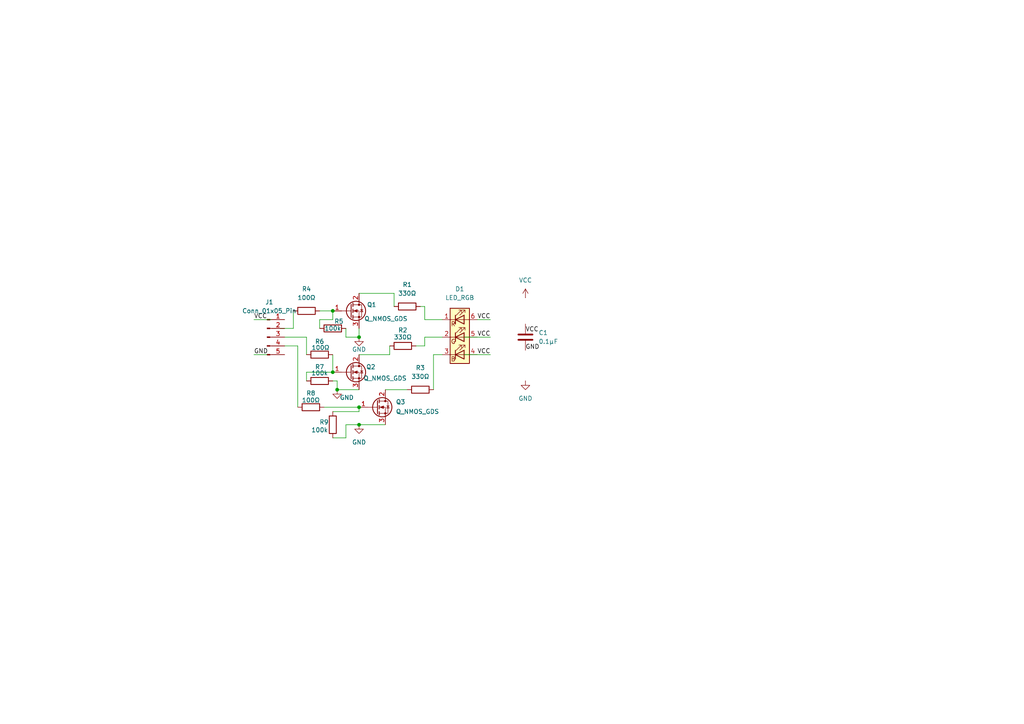
<source format=kicad_sch>
(kicad_sch (version 20250114) (generator "eeschema") (generator_version "9.0")
  (paper "A4")
  (lib_symbols
    (symbol "Connector:Conn_01x05_Pin" (pin_names (offset 1.016) (hide yes))
      (property "Reference" "J" (at 0 7.62 0))
      (property "Value" "Conn_01x05_Pin" (at 0 -7.62 0))
      (symbol "Conn_01x05_Pin_1_1"
        (rectangle (start 0.8636 5.207) (end 0 4.953) (stroke (width 0.1524)) (fill (type outline)))
        (rectangle (start 0.8636 2.667) (end 0 2.413) (stroke (width 0.1524)) (fill (type outline)))
        (rectangle (start 0.8636 0.127) (end 0 -0.127) (stroke (width 0.1524)) (fill (type outline)))
        (rectangle (start 0.8636 -2.413) (end 0 -2.667) (stroke (width 0.1524)) (fill (type outline)))
        (rectangle (start 0.8636 -4.953) (end 0 -5.207) (stroke (width 0.1524)) (fill (type outline)))
        (polyline (pts (xy 1.27 5.08) (xy 0.8636 5.08)) (stroke (width 0.1524)))
        (polyline (pts (xy 1.27 2.54) (xy 0.8636 2.54)) (stroke (width 0.1524)))
        (polyline (pts (xy 1.27 0) (xy 0.8636 0)) (stroke (width 0.1524)))
        (polyline (pts (xy 1.27 -2.54) (xy 0.8636 -2.54)) (stroke (width 0.1524)))
        (polyline (pts (xy 1.27 -5.08) (xy 0.8636 -5.08)) (stroke (width 0.1524)))
        (pin passive line (at 5.08 5.08 180) (length 3.81) (name "Pin_1") (number "1"))
        (pin passive line (at 5.08 2.54 180) (length 3.81) (name "Pin_2") (number "2"))
        (pin passive line (at 5.08 0 180) (length 3.81) (name "Pin_3") (number "3"))
        (pin passive line (at 5.08 -2.54 180) (length 3.81) (name "Pin_4") (number "4"))
        (pin passive line (at 5.08 -5.08 180) (length 3.81) (name "Pin_5") (number "5"))
      )
    )
    (symbol "Device:C" (pin_numbers (hide yes)) (pin_names (offset 0.254))
      (property "Reference" "C" (at 0.635 2.54 0))
      (property "Value" "C" (at 0.635 -2.54 0))
      (symbol "C_0_1"
        (polyline (pts (xy -2.032 0.762) (xy 2.032 0.762)) (stroke (width 0.508)))
        (polyline (pts (xy -2.032 -0.762) (xy 2.032 -0.762)) (stroke (width 0.508)))
      )
      (symbol "C_1_1"
        (pin passive line (at 0 3.81 270) (length 2.794) (name "~") (number "1"))
        (pin passive line (at 0 -3.81 90) (length 2.794) (name "~") (number "2"))
      )
    )
    (symbol "Device:LED_RGB" (pin_names (offset 0) (hide yes))
      (property "Reference" "D" (at 0 9.398 0))
      (property "Value" "LED_RGB" (at 0 -8.89 0))
      (symbol "LED_RGB_0_0"
        (text "R" (at -1.905 3.81 0) (effects (font (size 1.27 1.27))))
        (text "G" (at -1.905 -1.27 0) (effects (font (size 1.27 1.27))))
        (text "B" (at -1.905 -6.35 0) (effects (font (size 1.27 1.27))))
      )
      (symbol "LED_RGB_0_1"
        (polyline (pts (xy -1.27 6.35) (xy -1.27 3.81)) (stroke (width 0.254)))
        (polyline (pts (xy -1.27 6.35) (xy -1.27 3.81) (xy -1.27 3.81)))
        (polyline (pts (xy -1.27 5.08) (xy -2.54 5.08)))
        (polyline (pts (xy -1.27 5.08) (xy 1.27 5.08)))
        (polyline (pts (xy -1.27 1.27) (xy -1.27 -1.27)) (stroke (width 0.254)))
        (polyline (pts (xy -1.27 1.27) (xy -1.27 -1.27) (xy -1.27 -1.27)))
        (polyline (pts (xy -1.27 0) (xy -2.54 0)))
        (polyline (pts (xy -1.27 -3.81) (xy -1.27 -6.35)) (stroke (width 0.254)))
        (polyline (pts (xy -1.27 -5.08) (xy -2.54 -5.08)))
        (polyline (pts (xy -1.27 -5.08) (xy 1.27 -5.08)))
        (polyline (pts (xy -1.016 6.35) (xy 0.508 7.874) (xy -0.254 7.874) (xy 0.508 7.874) (xy 0.508 7.112)))
        (polyline (pts (xy -1.016 1.27) (xy 0.508 2.794) (xy -0.254 2.794) (xy 0.508 2.794) (xy 0.508 2.032)))
        (polyline (pts (xy -1.016 -3.81) (xy 0.508 -2.286) (xy -0.254 -2.286) (xy 0.508 -2.286) (xy 0.508 -3.048)))
        (polyline (pts (xy 0 6.35) (xy 1.524 7.874) (xy 0.762 7.874) (xy 1.524 7.874) (xy 1.524 7.112)))
        (polyline (pts (xy 0 1.27) (xy 1.524 2.794) (xy 0.762 2.794) (xy 1.524 2.794) (xy 1.524 2.032)))
        (polyline (pts (xy 0 -3.81) (xy 1.524 -2.286) (xy 0.762 -2.286) (xy 1.524 -2.286) (xy 1.524 -3.048)))
        (polyline (pts (xy 1.27 6.35) (xy 1.27 3.81) (xy -1.27 5.08) (xy 1.27 6.35)) (stroke (width 0.254)))
        (rectangle (start 1.27 6.35) (end 1.27 6.35))
        (polyline (pts (xy 1.27 5.08) (xy 2.54 5.08)))
        (rectangle (start 1.27 3.81) (end 1.27 6.35))
        (polyline (pts (xy 1.27 1.27) (xy 1.27 -1.27) (xy -1.27 0) (xy 1.27 1.27)) (stroke (width 0.254)))
        (rectangle (start 1.27 1.27) (end 1.27 1.27))
        (polyline (pts (xy 1.27 0) (xy -1.27 0)))
        (polyline (pts (xy 1.27 0) (xy 2.54 0)))
        (rectangle (start 1.27 -1.27) (end 1.27 1.27))
        (polyline (pts (xy 1.27 -3.81) (xy 1.27 -6.35) (xy -1.27 -5.08) (xy 1.27 -3.81)) (stroke (width 0.254)))
        (polyline (pts (xy 1.27 -5.08) (xy 2.54 -5.08)))
        (rectangle (start 2.794 8.382) (end -2.794 -7.62) (stroke (width 0.254)) (fill (type background)))
      )
      (symbol "LED_RGB_1_1"
        (pin passive line (at -5.08 5.08 0) (length 2.54) (name "RK") (number "1"))
        (pin passive line (at -5.08 0 0) (length 2.54) (name "GK") (number "2"))
        (pin passive line (at -5.08 -5.08 0) (length 2.54) (name "BK") (number "3"))
        (pin passive line (at 5.08 5.08 180) (length 2.54) (name "RA") (number "6"))
        (pin passive line (at 5.08 0 180) (length 2.54) (name "GA") (number "5"))
        (pin passive line (at 5.08 -5.08 180) (length 2.54) (name "BA") (number "4"))
      )
    )
    (symbol "Device:R" (pin_numbers (hide yes)) (pin_names (offset 0))
      (property "Reference" "R" (at 2.032 0 90))
      (property "Value" "R" (at 0 0 90))
      (symbol "R_0_1"
        (rectangle (start -1.016 -2.54) (end 1.016 2.54) (stroke (width 0.254)))
      )
      (symbol "R_1_1"
        (pin passive line (at 0 3.81 270) (length 1.27) (name "~") (number "1"))
        (pin passive line (at 0 -3.81 90) (length 1.27) (name "~") (number "2"))
      )
    )
    (symbol "R_1" (pin_numbers (hide yes)) (pin_names (offset 0))
      (property "Reference" "R" (at 2.032 0 90))
      (property "Value" "R" (at 0 0 90))
      (symbol "R_1_0_1"
        (rectangle (start -1.016 -2.54) (end 1.016 2.54) (stroke (width 0.254)))
      )
      (symbol "R_1_1_1"
        (pin passive line (at 0 3.81 270) (length 1.27) (name "~") (number "1"))
        (pin passive line (at 0 -3.81 90) (length 1.27) (name "~") (number "2"))
      )
    )
    (symbol "Transistor_FET:Q_NMOS_GDS" (pin_names (offset 0) (hide yes))
      (property "Reference" "Q" (at 5.08 1.905 0))
      (property "Value" "Q_NMOS_GDS" (at 5.08 0 0))
      (symbol "Q_NMOS_GDS_0_1"
        (polyline (pts (xy 0.254 1.905) (xy 0.254 -1.905)) (stroke (width 0.254)))
        (polyline (pts (xy 0.254 0) (xy -2.54 0)))
        (polyline (pts (xy 0.762 2.286) (xy 0.762 1.27)) (stroke (width 0.254)))
        (polyline (pts (xy 0.762 0.508) (xy 0.762 -0.508)) (stroke (width 0.254)))
        (polyline (pts (xy 0.762 -1.27) (xy 0.762 -2.286)) (stroke (width 0.254)))
        (polyline (pts (xy 0.762 -1.778) (xy 3.302 -1.778) (xy 3.302 1.778) (xy 0.762 1.778)))
        (polyline (pts (xy 1.016 0) (xy 2.032 0.381) (xy 2.032 -0.381) (xy 1.016 0)) (fill (type outline)))
        (circle (center 1.651 0) (radius 2.794) (stroke (width 0.254)))
        (polyline (pts (xy 2.54 2.54) (xy 2.54 1.778)))
        (circle (center 2.54 1.778) (radius 0.254) (fill (type outline)))
        (circle (center 2.54 -1.778) (radius 0.254) (fill (type outline)))
        (polyline (pts (xy 2.54 -2.54) (xy 2.54 0) (xy 0.762 0)))
        (polyline (pts (xy 2.921 0.381) (xy 3.683 0.381)))
        (polyline (pts (xy 3.302 0.381) (xy 2.921 -0.254) (xy 3.683 -0.254) (xy 3.302 0.381)))
      )
      (symbol "Q_NMOS_GDS_1_1"
        (pin input line (at -5.08 0 0) (length 2.54) (name "G") (number "1"))
        (pin passive line (at 2.54 5.08 270) (length 2.54) (name "D") (number "2"))
        (pin passive line (at 2.54 -5.08 90) (length 2.54) (name "S") (number "3"))
      )
    )
    (symbol "power:GND" (power) (pin_numbers (hide yes)) (pin_names (offset 0) (hide yes))
      (property "Value" "GND" (at 0 -3.81 0))
      (symbol "GND_0_1"
        (polyline (pts (xy 0 0) (xy 0 -1.27) (xy 1.27 -1.27) (xy 0 -2.54) (xy -1.27 -1.27) (xy 0 -1.27)))
      )
      (symbol "GND_1_1"
        (pin power_in line (at 0 0 270) (length 0) (name "~") (number "1"))
      )
    )
    (symbol "power:VCC" (power) (pin_numbers (hide yes)) (pin_names (offset 0) (hide yes))
      (property "Value" "VCC" (at 0 3.556 0))
      (symbol "VCC_0_1"
        (polyline (pts (xy -0.762 1.27) (xy 0 2.54)))
        (polyline (pts (xy 0 2.54) (xy 0.762 1.27)))
        (polyline (pts (xy 0 0) (xy 0 2.54)))
      )
      (symbol "VCC_1_1"
        (pin power_in line (at 0 0 90) (length 0) (name "~") (number "1"))
      )
    )
  )
  (junction (at 104.14 123.19))
  (junction (at 104.14 118.11))
  (junction (at 97.79 113.03))
  (junction (at 96.52 107.95))
  (junction (at 96.52 90.17))
  (junction (at 104.14 97.79))
  (wire (pts (xy 104.14 119.38) (xy 104.14 118.11)))
  (wire (pts (xy 100.33 95.25) (xy 100.33 97.79)))
  (wire (pts (xy 96.52 110.49) (xy 97.79 110.49)))
  (wire (pts (xy 123.19 88.9) (xy 123.19 92.71)))
  (wire (pts (xy 121.92 88.9) (xy 123.19 88.9)))
  (wire (pts (xy 82.55 97.79) (xy 88.9 97.79)))
  (wire (pts (xy 123.19 92.71) (xy 128.27 92.71)))
  (wire (pts (xy 104.14 95.25) (xy 104.14 97.79)))
  (wire (pts (xy 134.62 97.79) (xy 142.24 97.79)))
  (wire (pts (xy 96.52 127) (xy 100.33 127)))
  (wire (pts (xy 113.03 102.87) (xy 104.14 102.87)))
  (wire (pts (xy 125.73 102.87) (xy 128.27 102.87)))
  (wire (pts (xy 97.79 113.03) (xy 104.14 113.03)))
  (wire (pts (xy 123.19 100.33) (xy 123.19 97.79)))
  (wire (pts (xy 111.76 113.03) (xy 118.11 113.03)))
  (wire (pts (xy 100.33 123.19) (xy 104.14 123.19)))
  (wire (pts (xy 96.52 92.71) (xy 96.52 90.17)))
  (wire (pts (xy 104.14 123.19) (xy 111.76 123.19)))
  (wire (pts (xy 113.03 100.33) (xy 113.03 102.87)))
  (wire (pts (xy 92.71 92.71) (xy 96.52 92.71)))
  (wire (pts (xy 73.66 92.71) (xy 78.74 92.71)))
  (wire (pts (xy 93.98 118.11) (xy 104.14 118.11)))
  (wire (pts (xy 92.71 95.25) (xy 92.71 92.71)))
  (wire (pts (xy 88.9 110.49) (xy 88.9 107.95)))
  (wire (pts (xy 138.43 92.71) (xy 142.24 92.71)))
  (wire (pts (xy 92.71 90.17) (xy 96.52 90.17)))
  (wire (pts (xy 123.19 97.79) (xy 128.27 97.79)))
  (wire (pts (xy 96.52 102.87) (xy 96.52 107.95)))
  (wire (pts (xy 86.36 100.33) (xy 82.55 100.33)))
  (wire (pts (xy 81.28 95.25) (xy 85.09 95.25)))
  (wire (pts (xy 114.3 88.9) (xy 114.3 85.09)))
  (wire (pts (xy 86.36 118.11) (xy 86.36 100.33)))
  (wire (pts (xy 125.73 113.03) (xy 125.73 102.87)))
  (wire (pts (xy 96.52 119.38) (xy 104.14 119.38)))
  (wire (pts (xy 88.9 97.79) (xy 88.9 102.87)))
  (wire (pts (xy 120.65 100.33) (xy 123.19 100.33)))
  (wire (pts (xy 85.09 95.25) (xy 85.09 90.17)))
  (wire (pts (xy 73.66 102.87) (xy 77.47 102.87)))
  (wire (pts (xy 100.33 127) (xy 100.33 123.19)))
  (wire (pts (xy 88.9 107.95) (xy 96.52 107.95)))
  (wire (pts (xy 100.33 97.79) (xy 104.14 97.79)))
  (wire (pts (xy 134.62 102.87) (xy 142.24 102.87)))
  (wire (pts (xy 114.3 85.09) (xy 104.14 85.09)))
  (wire (pts (xy 97.79 110.49) (xy 97.79 113.03)))
  (label "VCC" (at 138.43 97.79 0))
  (label "VCC" (at 138.43 92.71 0))
  (label "GND" (at 152.4 101.6 0))
  (label "VCC" (at 138.43 102.87 0))
  (label "VCC" (at 73.66 92.71 0))
  (label "VCC" (at 152.4 96.52 0))
  (label "GND" (at 73.66 102.87 0))
  (symbol (lib_id "Device:R") (at 96.52 95.25 90) (unit 1)
    (property "Reference" "R5" (at 98.298 93.218 90))
    (property "Value" "100k" (at 96.52 95.25 90))
    (property "Footprint" "Resistor_SMD:R_0805_2012Metric" (effects (hide yes)))
    (property "Description" "Resistor" (effects (hide yes)))
  )
  (symbol (lib_id "Device:R") (at 90.17 118.11 90) (unit 1)
    (property "Reference" "R8" (at 90.17 114.046 90))
    (property "Value" "100Ω" (at 90.17 116.078 90))
    (property "Footprint" "Resistor_SMD:R_0805_2012Metric" (effects (hide yes)))
    (property "Description" "Resistor" (effects (hide yes)))
  )
  (symbol (lib_id "power:GND") (at 152.4 110.49 0) (unit 1)
    (property "Reference" "#PWR02" (effects (hide yes)))
    (property "Value" "GND" (at 152.4 115.57 0))
    (property "Description" "Power symbol creates a global label with name \"GND\" , ground" (effects (hide yes)))
  )
  (symbol (lib_id "Device:R") (at 118.11 88.9 270) (unit 1)
    (property "Reference" "R1" (at 118.11 82.55 90))
    (property "Value" "330Ω" (at 118.11 85.09 90))
    (property "Footprint" "Resistor_SMD:R_0805_2012Metric" (effects (hide yes)))
    (property "Description" "Resistor" (effects (hide yes)))
  )
  (symbol (lib_id "Device:R") (at 92.71 110.49 90) (unit 1)
    (property "Reference" "R7" (at 92.71 106.426 90))
    (property "Value" "100k" (at 92.71 108.204 90))
    (property "Footprint" "Resistor_SMD:R_0805_2012Metric" (effects (hide yes)))
    (property "Description" "Resistor" (effects (hide yes)))
  )
  (symbol (lib_id "Transistor_FET:Q_NMOS_GDS") (at 101.6 90.17 0) (unit 1)
    (property "Reference" "Q1" (at 106.426 88.392 0) (effects (justify left)))
    (property "Value" "Q_NMOS_GDS" (at 105.664 92.456 0) (effects (justify left)))
    (property "Footprint" "Package_TO_SOT_SMD:SOT-23" (effects (hide yes)))
    (property "Description" "N-MOSFET transistor, gate/drain/source" (effects (hide yes)))
  )
  (symbol (lib_id "power:VCC") (at 152.4 86.36 0) (unit 1)
    (property "Reference" "#PWR01" (effects (hide yes)))
    (property "Value" "VCC" (at 152.4 81.28 0))
    (property "Description" "Power symbol creates a global label with name \"VCC\"" (effects (hide yes)))
  )
  (symbol (lib_name "R_1") (lib_id "Device:R") (at 116.84 100.33 90) (unit 1)
    (property "Reference" "R2" (at 116.84 95.758 90))
    (property "Value" "330Ω" (at 116.84 97.79 90))
    (property "Footprint" "Resistor_SMD:R_0805_2012Metric" (effects (hide yes)))
    (property "Description" "Resistor" (effects (hide yes)))
  )
  (symbol (lib_id "power:GND") (at 104.14 123.19 0) (unit 1)
    (property "Reference" "#PWR05" (effects (hide yes)))
    (property "Value" "GND" (at 104.14 128.27 0))
    (property "Description" "Power symbol creates a global label with name \"GND\" , ground" (effects (hide yes)))
  )
  (symbol (lib_id "power:GND") (at 104.14 97.79 0) (unit 1)
    (property "Reference" "#PWR03" (effects (hide yes)))
    (property "Value" "GND" (at 104.14 101.346 0))
    (property "Description" "Power symbol creates a global label with name \"GND\" , ground" (effects (hide yes)))
  )
  (symbol (lib_id "Device:R") (at 88.9 90.17 90) (unit 1)
    (property "Reference" "R4" (at 88.9 83.82 90))
    (property "Value" "100Ω" (at 88.9 86.36 90))
    (property "Footprint" "Resistor_SMD:R_0805_2012Metric" (effects (hide yes)))
    (property "Description" "Resistor" (effects (hide yes)))
  )
  (symbol (lib_id "Device:R") (at 92.71 102.87 90) (unit 1)
    (property "Reference" "R6" (at 92.71 99.06 90))
    (property "Value" "100Ω" (at 92.964 100.838 90))
    (property "Footprint" "Resistor_SMD:R_0805_2012Metric" (effects (hide yes)))
    (property "Description" "Resistor" (effects (hide yes)))
  )
  (symbol (lib_id "Device:R") (at 96.52 123.19 180) (unit 1)
    (property "Reference" "R9" (at 93.98 122.428 0))
    (property "Value" "100k" (at 92.71 124.714 0))
    (property "Footprint" "Resistor_SMD:R_0805_2012Metric" (effects (hide yes)))
    (property "Description" "Resistor" (effects (hide yes)))
  )
  (symbol (lib_id "Device:C") (at 152.4 97.79 0) (unit 1)
    (property "Reference" "C1" (at 156.21 96.5199 0) (effects (justify left)))
    (property "Value" "0.1μF" (at 156.21 99.0599 0) (effects (justify left)))
    (property "Footprint" "Capacitor_SMD:C_0805_2012Metric" (effects (hide yes)))
    (property "Description" "Unpolarized capacitor" (effects (hide yes)))
  )
  (symbol (lib_id "Connector:Conn_01x05_Pin") (at 77.47 97.79 0) (unit 1)
    (property "Reference" "J1" (at 78.105 87.63 0))
    (property "Value" "Conn_01x05_Pin" (at 78.105 90.17 0))
    (property "Footprint" "Connector_PinHeader_2.54mm:PinHeader_1x05_P2.54mm_Vertical" (effects (hide yes)))
    (property "Description" "Generic connector, single row, 01x05, script generated" (effects (hide yes)))
  )
  (symbol (lib_id "Transistor_FET:Q_NMOS_GDS") (at 109.22 118.11 0) (unit 1)
    (property "Reference" "Q3" (at 114.808 116.586 0) (effects (justify left)))
    (property "Value" "Q_NMOS_GDS" (at 114.808 119.38 0) (effects (justify left)))
    (property "Footprint" "Package_TO_SOT_SMD:SOT-23" (effects (hide yes)))
    (property "Description" "N-MOSFET transistor, gate/drain/source" (effects (hide yes)))
  )
  (symbol (lib_id "Transistor_FET:Q_NMOS_GDS") (at 101.6 107.95 0) (unit 1)
    (property "Reference" "Q2" (at 106.172 106.426 0) (effects (justify left)))
    (property "Value" "Q_NMOS_GDS" (at 105.41 109.728 0) (effects (justify left)))
    (property "Footprint" "Package_TO_SOT_SMD:SOT-23" (effects (hide yes)))
    (property "Description" "N-MOSFET transistor, gate/drain/source" (effects (hide yes)))
  )
  (symbol (lib_id "Device:LED_RGB") (at 133.35 97.79 0) (unit 1)
    (property "Reference" "D1" (at 133.35 83.82 0))
    (property "Value" "LED_RGB" (at 133.35 86.36 0))
    (property "Footprint" "LED_SMD:LED_RGB_5050-6" (effects (hide yes)))
    (property "Description" "RGB LED, 6 pin package" (effects (hide yes)))
  )
  (symbol (lib_id "power:GND") (at 97.79 113.03 0) (unit 1)
    (property "Reference" "#PWR04" (effects (hide yes)))
    (property "Value" "GND" (at 100.584 115.316 0))
    (property "Description" "Power symbol creates a global label with name \"GND\" , ground" (effects (hide yes)))
  )
  (symbol (lib_id "Device:R") (at 121.92 113.03 90) (unit 1)
    (property "Reference" "R3" (at 121.92 106.68 90))
    (property "Value" "330Ω" (at 121.92 109.22 90))
    (property "Footprint" "Resistor_SMD:R_0805_2012Metric" (effects (hide yes)))
    (property "Description" "Resistor" (effects (hide yes)))
  )
)
</source>
